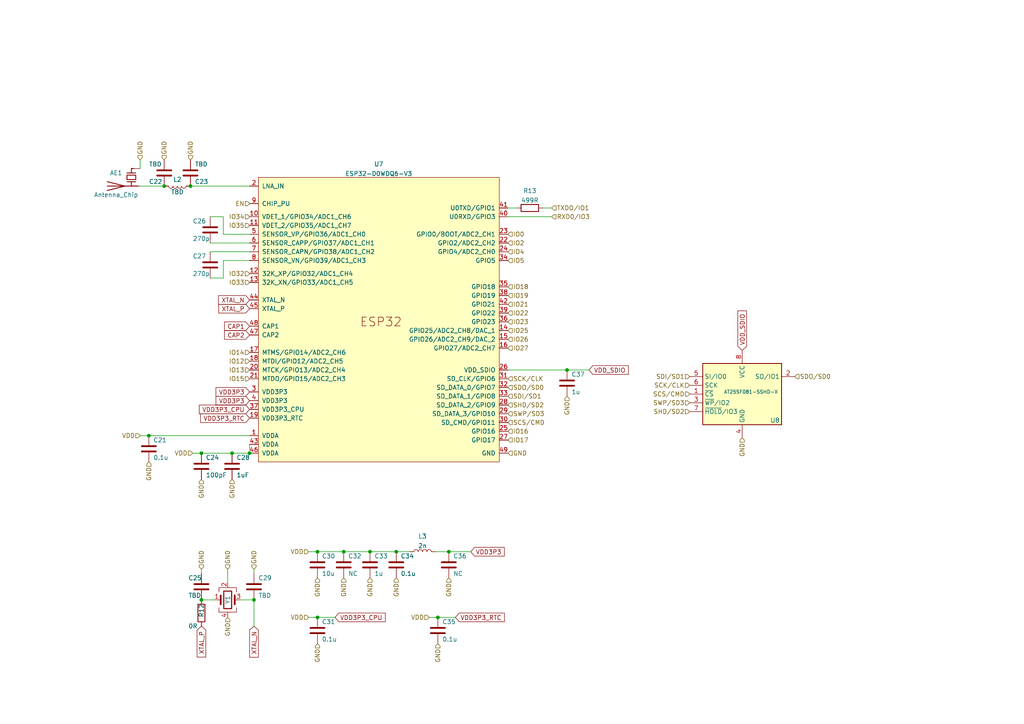
<source format=kicad_sch>
(kicad_sch (version 20211123) (generator eeschema)
  (paper "A4")
  (lib_symbols
    (symbol "Device:Antenna_Chip" (pin_numbers hide) (pin_names (offset 1.016) hide)
      (property "Reference" "AE" (at 0 5.08 0))
      (property "Value" "Antenna_Chip" (at 0 3.175 0))
      (symbol "Antenna_Chip_0_1"
        (polyline (pts (xy -2.54 0) (xy -2.54 -0.635)) (stroke (width 0.254)))
        (polyline (pts (xy -2.54 0) (xy -1.27 0)) (stroke (width 0.254)))
        (polyline (pts (xy 1.27 0) (xy 2.54 0)) (stroke (width 0.254)))
        (polyline (pts (xy 1.27 1.27) (xy 1.27 -1.27)) (stroke (width 0.254)))
        (polyline (pts (xy 2.54 -0.635) (xy 2.54 0)))
        (polyline (pts (xy 2.54 6.985) (xy 2.54 -1.905)) (stroke (width 0.254)))
        (polyline (pts (xy -1.27 1.27) (xy -1.27 -1.27) (xy -1.27 0)) (stroke (width 0.254)))
        (polyline (pts (xy 3.81 6.985) (xy 2.54 1.905) (xy 1.27 6.985)) (stroke (width 0.254)))
        (polyline (pts (xy -0.635 1.27) (xy 0.635 1.27) (xy 0.635 -1.27) (xy -0.635 -1.27) (xy -0.635 1.27)) (stroke (width 0.254)))
      )
      (symbol "Antenna_Chip_1_1"
        (pin input line (at -2.54 -2.54 90) (length 2.54) (name "FEED") (number "1"))
        (pin passive line (at 2.54 -2.54 90) (length 2.54) (name "PCB_Trace") (number "2"))
      )
    )
    (symbol "Device:C" (pin_numbers hide) (pin_names (offset 0.254))
      (property "Reference" "C" (at 0.635 2.54 0))
      (property "Value" "C" (at 0.635 -2.54 0))
      (symbol "C_0_1"
        (polyline (pts (xy -2.032 -0.762) (xy 2.032 -0.762)) (stroke (width 0.508)))
        (polyline (pts (xy -2.032 0.762) (xy 2.032 0.762)) (stroke (width 0.508)))
      )
      (symbol "C_1_1"
        (pin passive line (at 0 3.81 270) (length 2.794) (name "~") (number "1"))
        (pin passive line (at 0 -3.81 90) (length 2.794) (name "~") (number "2"))
      )
    )
    (symbol "Device:Crystal_GND24" (pin_names (offset 1.016) hide)
      (property "Reference" "Y" (at 3.175 5.08 0))
      (property "Value" "Crystal_GND24" (at 3.175 3.175 0))
      (symbol "Crystal_GND24_0_1"
        (rectangle (start -1.143 2.54) (end 1.143 -2.54) (stroke (width 0.3048)))
        (polyline (pts (xy -2.54 0) (xy -2.032 0)))
        (polyline (pts (xy -2.032 -1.27) (xy -2.032 1.27)) (stroke (width 0.508)))
        (polyline (pts (xy 0 -3.81) (xy 0 -3.556)))
        (polyline (pts (xy 0 3.556) (xy 0 3.81)))
        (polyline (pts (xy 2.032 -1.27) (xy 2.032 1.27)) (stroke (width 0.508)))
        (polyline (pts (xy 2.032 0) (xy 2.54 0)))
        (polyline (pts (xy -2.54 -2.286) (xy -2.54 -3.556) (xy 2.54 -3.556) (xy 2.54 -2.286)))
        (polyline (pts (xy -2.54 2.286) (xy -2.54 3.556) (xy 2.54 3.556) (xy 2.54 2.286)))
      )
      (symbol "Crystal_GND24_1_1"
        (pin passive line (at -3.81 0 0) (length 1.27) (name "1") (number "1"))
        (pin passive line (at 0 5.08 270) (length 1.27) (name "2") (number "2"))
        (pin passive line (at 3.81 0 180) (length 1.27) (name "3") (number "3"))
        (pin passive line (at 0 -5.08 90) (length 1.27) (name "4") (number "4"))
      )
    )
    (symbol "Device:L" (pin_numbers hide) (pin_names (offset 1.016) hide)
      (property "Reference" "L" (at -1.27 0 90))
      (property "Value" "L" (at 1.905 0 90))
      (symbol "L_0_1"
        (arc (start 0 -2.54) (mid 0.635 -1.905) (end 0 -1.27))
        (arc (start 0 -1.27) (mid 0.635 -0.635) (end 0 0))
        (arc (start 0 0) (mid 0.635 0.635) (end 0 1.27))
        (arc (start 0 1.27) (mid 0.635 1.905) (end 0 2.54))
      )
      (symbol "L_1_1"
        (pin passive line (at 0 3.81 270) (length 1.27) (name "1") (number "1"))
        (pin passive line (at 0 -3.81 90) (length 1.27) (name "2") (number "2"))
      )
    )
    (symbol "Device:R" (pin_numbers hide) (pin_names (offset 0))
      (property "Reference" "R" (at 2.032 0 90))
      (property "Value" "R" (at 0 0 90))
      (symbol "R_0_1"
        (rectangle (start -1.016 -2.54) (end 1.016 2.54) (stroke (width 0.254)))
      )
      (symbol "R_1_1"
        (pin passive line (at 0 3.81 270) (length 1.27) (name "~") (number "1"))
        (pin passive line (at 0 -3.81 90) (length 1.27) (name "~") (number "2"))
      )
    )
    (symbol "Espressif:ESP32" (pin_names (offset 1.016))
      (property "Reference" "U" (at 0 43.18 0))
      (property "Value" "ESP32" (at 0 -41.91 0))
      (symbol "ESP32_0_0"
        (text "ESP32" (at 1.27 0 0) (effects (font (size 2.54 2.54))))
      )
      (symbol "ESP32_0_1"
        (rectangle (start -34.29 41.91) (end 35.56 -40.64) (fill (type background)))
      )
      (symbol "ESP32_1_1"
        (pin power_in line (at -36.83 -33.02 0) (length 2.54) (name "VDDA") (number "1"))
        (pin input line (at -36.83 30.48 0) (length 2.54) (name "VDET_1/GPIO34/ADC1_CH6") (number "10"))
        (pin input line (at -36.83 27.94 0) (length 2.54) (name "VDET_2/GPIO35/ADC1_CH7") (number "11"))
        (pin bidirectional line (at -36.83 13.97 0) (length 2.54) (name "32K_XP/GPIO32/ADC1_CH4") (number "12"))
        (pin bidirectional line (at -36.83 11.43 0) (length 2.54) (name "32K_XN/GPIO33/ADC1_CH5") (number "13"))
        (pin bidirectional line (at 38.1 -2.54 180) (length 2.54) (name "GPIO25/ADC2_CH8/DAC_1") (number "14"))
        (pin bidirectional line (at 38.1 -5.08 180) (length 2.54) (name "GPIO26/ADC2_CH9/DAC_2") (number "15"))
        (pin bidirectional line (at 38.1 -7.62 180) (length 2.54) (name "GPIO27/ADC2_CH7") (number "16"))
        (pin bidirectional line (at -36.83 -8.89 0) (length 2.54) (name "MTMS/GPIO14/ADC2_CH6") (number "17"))
        (pin bidirectional line (at -36.83 -11.43 0) (length 2.54) (name "MTDI/GPIO12/ADC2_CH5") (number "18"))
        (pin power_in line (at -36.83 -27.94 0) (length 2.54) (name "VDD3P3_RTC") (number "19"))
        (pin bidirectional line (at -36.83 39.37 0) (length 2.54) (name "LNA_IN") (number "2"))
        (pin bidirectional line (at -36.83 -13.97 0) (length 2.54) (name "MTCK/GPIO13/ADC2_CH4") (number "20"))
        (pin bidirectional line (at -36.83 -16.51 0) (length 2.54) (name "MTDO/GPIO15/ADC2_CH3") (number "21"))
        (pin bidirectional line (at 38.1 22.86 180) (length 2.54) (name "GPIO2/ADC2_CH2") (number "22"))
        (pin bidirectional line (at 38.1 25.4 180) (length 2.54) (name "GPIO0/BOOT/ADC2_CH1") (number "23"))
        (pin bidirectional line (at 38.1 20.32 180) (length 2.54) (name "GPIO4/ADC2_CH0") (number "24"))
        (pin bidirectional line (at 38.1 -31.75 180) (length 2.54) (name "GPIO16") (number "25"))
        (pin power_out line (at 38.1 -13.97 180) (length 2.54) (name "VDD_SDIO") (number "26"))
        (pin bidirectional line (at 38.1 -34.29 180) (length 2.54) (name "GPIO17") (number "27"))
        (pin bidirectional line (at 38.1 -24.13 180) (length 2.54) (name "SD_DATA_2/GPIO9") (number "28"))
        (pin bidirectional line (at 38.1 -26.67 180) (length 2.54) (name "SD_DATA_3/GPIO10") (number "29"))
        (pin power_in line (at -36.83 -20.32 0) (length 2.54) (name "VDD3P3") (number "3"))
        (pin bidirectional line (at 38.1 -29.21 180) (length 2.54) (name "SD_CMD/GPIO11") (number "30"))
        (pin bidirectional line (at 38.1 -16.51 180) (length 2.54) (name "SD_CLK/GPIO6") (number "31"))
        (pin bidirectional line (at 38.1 -19.05 180) (length 2.54) (name "SD_DATA_0/GPIO7") (number "32"))
        (pin bidirectional line (at 38.1 -21.59 180) (length 2.54) (name "SD_DATA_1/GPIO8") (number "33"))
        (pin bidirectional line (at 38.1 17.78 180) (length 2.54) (name "GPIO5") (number "34"))
        (pin bidirectional line (at 38.1 10.16 180) (length 2.54) (name "GPIO18") (number "35"))
        (pin bidirectional line (at 38.1 0 180) (length 2.54) (name "GPIO23") (number "36"))
        (pin power_in line (at -36.83 -25.4 0) (length 2.54) (name "VDD3P3_CPU") (number "37"))
        (pin bidirectional line (at 38.1 7.62 180) (length 2.54) (name "GPIO19") (number "38"))
        (pin bidirectional line (at 38.1 2.54 180) (length 2.54) (name "GPIO22") (number "39"))
        (pin power_in line (at -36.83 -22.86 0) (length 2.54) (name "VDD3P3") (number "4"))
        (pin bidirectional line (at 38.1 30.48 180) (length 2.54) (name "U0RXD/GPIO3") (number "40"))
        (pin bidirectional line (at 38.1 33.02 180) (length 2.54) (name "U0TXD/GPIO1") (number "41"))
        (pin bidirectional line (at 38.1 5.08 180) (length 2.54) (name "GPIO21") (number "42"))
        (pin power_in line (at -36.83 -35.56 0) (length 2.54) (name "VDDA") (number "43"))
        (pin output line (at -36.83 6.35 0) (length 2.54) (name "XTAL_N") (number "44"))
        (pin input line (at -36.83 3.81 0) (length 2.54) (name "XTAL_P") (number "45"))
        (pin power_in line (at -36.83 -38.1 0) (length 2.54) (name "VDDA") (number "46"))
        (pin input line (at -36.83 -3.81 0) (length 2.54) (name "CAP2") (number "47"))
        (pin input line (at -36.83 -1.27 0) (length 2.54) (name "CAP1") (number "48"))
        (pin power_in line (at 38.1 -38.1 180) (length 2.54) (name "GND") (number "49"))
        (pin input line (at -36.83 25.4 0) (length 2.54) (name "SENSOR_VP/GPIO36/ADC1_CH0") (number "5"))
        (pin input line (at -36.83 22.86 0) (length 2.54) (name "SENSOR_CAPP/GPIO37/ADC1_CH1") (number "6"))
        (pin input line (at -36.83 20.32 0) (length 2.54) (name "SENSOR_CAPN/GPIO38/ADC1_CH2") (number "7"))
        (pin input line (at -36.83 17.78 0) (length 2.54) (name "SENSOR_VN/GPIO39/ADC1_CH3") (number "8"))
        (pin input line (at -36.83 34.29 0) (length 2.54) (name "CHIP_PU") (number "9"))
      )
    )
    (symbol "Memory_Flash:AT25SF081-SSHD-X"
      (property "Reference" "U" (at 2.54 12.7 0))
      (property "Value" "AT25SF081-SSHD-X" (at 10.16 10.16 0))
      (symbol "AT25SF081-SSHD-X_1_1"
        (rectangle (start -11.43 8.89) (end 11.43 -8.89) (stroke (width 0.254)) (fill (type background)))
        (pin input line (at -15.24 0 0) (length 3.81) (name "~{CS}") (number "1"))
        (pin bidirectional line (at 15.24 5.08 180) (length 3.81) (name "SO/IO1") (number "2"))
        (pin bidirectional line (at -15.24 -2.54 0) (length 3.81) (name "~{WP}/IO2") (number "3"))
        (pin power_in line (at 0 -12.7 90) (length 3.81) (name "GND") (number "4"))
        (pin bidirectional line (at -15.24 5.08 0) (length 3.81) (name "SI/IO0") (number "5"))
        (pin input line (at -15.24 2.54 0) (length 3.81) (name "SCK") (number "6"))
        (pin bidirectional line (at -15.24 -5.08 0) (length 3.81) (name "~{HOLD}/IO3") (number "7"))
        (pin power_in line (at 0 12.7 270) (length 3.81) (name "VCC") (number "8"))
      )
    )
  )
  (junction (at 99.695 160.02))
  (junction (at 114.935 160.02))
  (junction (at 164.465 107.315))
  (junction (at 47.625 53.975))
  (junction (at 127 179.07))
  (junction (at 67.31 131.445))
  (junction (at 92.075 160.02))
  (junction (at 107.315 160.02))
  (junction (at 58.42 173.99))
  (junction (at 43.18 126.365))
  (junction (at 130.175 160.02))
  (junction (at 58.42 131.445))
  (junction (at 72.39 131.445))
  (junction (at 55.245 53.975))
  (junction (at 73.66 173.99))
  (junction (at 92.075 179.07))
  (wire (pts (xy 55.245 53.975) (xy 72.39 53.975)))
  (wire (pts (xy 64.77 62.865) (xy 64.77 67.945)))
  (wire (pts (xy 73.66 173.99) (xy 73.66 181.61)))
  (wire (pts (xy 130.175 160.02) (xy 136.525 160.02)))
  (wire (pts (xy 64.77 75.565) (xy 64.77 80.645)))
  (wire (pts (xy 69.85 173.99) (xy 73.66 173.99)))
  (wire (pts (xy 92.075 160.02) (xy 99.695 160.02)))
  (wire (pts (xy 67.31 131.445) (xy 72.39 131.445)))
  (wire (pts (xy 114.935 160.02) (xy 118.745 160.02)))
  (wire (pts (xy 99.695 160.02) (xy 107.315 160.02)))
  (wire (pts (xy 58.42 131.445) (xy 67.31 131.445)))
  (wire (pts (xy 40.64 48.895) (xy 40.64 46.355)))
  (wire (pts (xy 55.88 131.445) (xy 58.42 131.445)))
  (wire (pts (xy 73.66 165.1) (xy 73.66 166.37)))
  (wire (pts (xy 164.465 107.315) (xy 170.815 107.315)))
  (wire (pts (xy 40.64 53.975) (xy 47.625 53.975)))
  (wire (pts (xy 60.96 73.025) (xy 72.39 73.025)))
  (wire (pts (xy 157.48 60.325) (xy 160.02 60.325)))
  (wire (pts (xy 107.315 160.02) (xy 114.935 160.02)))
  (wire (pts (xy 43.18 126.365) (xy 72.39 126.365)))
  (wire (pts (xy 126.365 160.02) (xy 130.175 160.02)))
  (wire (pts (xy 89.535 160.02) (xy 92.075 160.02)))
  (wire (pts (xy 72.39 128.905) (xy 72.39 131.445)))
  (wire (pts (xy 60.96 62.865) (xy 64.77 62.865)))
  (wire (pts (xy 66.04 165.1) (xy 66.04 168.91)))
  (wire (pts (xy 72.39 75.565) (xy 64.77 75.565)))
  (wire (pts (xy 60.96 70.485) (xy 72.39 70.485)))
  (wire (pts (xy 92.075 179.07) (xy 97.155 179.07)))
  (wire (pts (xy 58.42 165.1) (xy 58.42 166.37)))
  (wire (pts (xy 40.64 126.365) (xy 43.18 126.365)))
  (wire (pts (xy 147.32 60.325) (xy 149.86 60.325)))
  (wire (pts (xy 64.77 80.645) (xy 60.96 80.645)))
  (wire (pts (xy 127 179.07) (xy 132.08 179.07)))
  (wire (pts (xy 147.32 107.315) (xy 164.465 107.315)))
  (wire (pts (xy 64.77 67.945) (xy 72.39 67.945)))
  (wire (pts (xy 147.32 62.865) (xy 160.02 62.865)))
  (wire (pts (xy 58.42 173.99) (xy 62.23 173.99)))
  (wire (pts (xy 89.535 179.07) (xy 92.075 179.07)))
  (wire (pts (xy 124.46 179.07) (xy 127 179.07)))
  (global_label "CAP2" (shape input) (at 72.39 97.155 180) (property "Intersheet References" "${INTERSHEET_REFS}" (effects hide)))
  (global_label "XTAL_P" (shape input) (at 58.42 181.61 270) (property "Intersheet References" "${INTERSHEET_REFS}" (effects hide)))
  (global_label "VDD3P3_RTC" (shape input) (at 72.39 121.285 180) (property "Intersheet References" "${INTERSHEET_REFS}" (effects hide)))
  (global_label "VDD_SDIO" (shape input) (at 170.815 107.315 0) (property "Intersheet References" "${INTERSHEET_REFS}" (effects hide)))
  (global_label "VDD3P3_CPU" (shape input) (at 72.39 118.745 180) (property "Intersheet References" "${INTERSHEET_REFS}" (effects hide)))
  (global_label "VDD3P3_RTC" (shape input) (at 132.08 179.07 0) (property "Intersheet References" "${INTERSHEET_REFS}" (effects hide)))
  (global_label "CAP1" (shape input) (at 72.39 94.615 180) (property "Intersheet References" "${INTERSHEET_REFS}" (effects hide)))
  (global_label "VDD3P3_CPU" (shape input) (at 97.155 179.07 0) (property "Intersheet References" "${INTERSHEET_REFS}" (effects hide)))
  (global_label "XTAL_N" (shape input) (at 72.39 86.995 180) (property "Intersheet References" "${INTERSHEET_REFS}" (effects hide)))
  (global_label "VDD3P3" (shape input) (at 72.39 113.665 180) (property "Intersheet References" "${INTERSHEET_REFS}" (effects hide)))
  (global_label "VDD_SDIO" (shape input) (at 215.265 101.6 90) (property "Intersheet References" "${INTERSHEET_REFS}" (effects hide)))
  (global_label "XTAL_N" (shape input) (at 73.66 181.61 270) (property "Intersheet References" "${INTERSHEET_REFS}" (effects hide)))
  (global_label "VDD3P3" (shape input) (at 72.39 116.205 180) (property "Intersheet References" "${INTERSHEET_REFS}" (effects hide)))
  (global_label "VDD3P3" (shape input) (at 136.525 160.02 0) (property "Intersheet References" "${INTERSHEET_REFS}" (effects hide)))
  (global_label "XTAL_P" (shape input) (at 72.39 89.535 180) (property "Intersheet References" "${INTERSHEET_REFS}" (effects hide)))
  (hierarchical_label "IO32" (shape input) (at 72.39 79.375 180))
  (hierarchical_label "IO14" (shape input) (at 72.39 102.235 180))
  (hierarchical_label "GND" (shape input) (at 92.075 167.64 270))
  (hierarchical_label "SHD{slash}SD2" (shape input) (at 147.32 117.475 0))
  (hierarchical_label "RXD0{slash}IO3" (shape input) (at 160.02 62.865 0))
  (hierarchical_label "SDO{slash}SD0" (shape input) (at 230.505 109.22 0))
  (hierarchical_label "GND" (shape input) (at 66.04 165.1 90))
  (hierarchical_label "GND" (shape input) (at 66.04 179.07 270))
  (hierarchical_label "IO22" (shape input) (at 147.32 90.805 0))
  (hierarchical_label "VDD" (shape input) (at 89.535 160.02 180))
  (hierarchical_label "GND" (shape input) (at 67.31 139.065 270))
  (hierarchical_label "SHD{slash}SD2" (shape input) (at 200.025 119.38 180))
  (hierarchical_label "GND" (shape input) (at 147.32 131.445 0))
  (hierarchical_label "IO15" (shape input) (at 72.39 109.855 180))
  (hierarchical_label "IO19" (shape input) (at 147.32 85.725 0))
  (hierarchical_label "GND" (shape input) (at 114.935 167.64 270))
  (hierarchical_label "SCS{slash}CMD" (shape input) (at 147.32 122.555 0))
  (hierarchical_label "IO23" (shape input) (at 147.32 93.345 0))
  (hierarchical_label "VDD" (shape input) (at 40.64 126.365 180))
  (hierarchical_label "SDO{slash}SD0" (shape input) (at 147.32 112.395 0))
  (hierarchical_label "GND" (shape input) (at 58.42 139.065 270))
  (hierarchical_label "GND" (shape input) (at 164.465 114.935 270))
  (hierarchical_label "VDD" (shape input) (at 124.46 179.07 180))
  (hierarchical_label "EN" (shape input) (at 72.39 59.055 180))
  (hierarchical_label "SCS{slash}CMD" (shape input) (at 200.025 114.3 180))
  (hierarchical_label "SDI{slash}SD1" (shape input) (at 147.32 114.935 0))
  (hierarchical_label "GND" (shape input) (at 55.245 46.355 90))
  (hierarchical_label "IO34" (shape input) (at 72.39 62.865 180))
  (hierarchical_label "SWP{slash}SD3" (shape input) (at 147.32 120.015 0))
  (hierarchical_label "IO27" (shape input) (at 147.32 100.965 0))
  (hierarchical_label "IO0" (shape input) (at 147.32 67.945 0))
  (hierarchical_label "IO13" (shape input) (at 72.39 107.315 180))
  (hierarchical_label "IO16" (shape input) (at 147.32 125.095 0))
  (hierarchical_label "GND" (shape input) (at 43.18 133.985 270))
  (hierarchical_label "GND" (shape input) (at 73.66 165.1 90))
  (hierarchical_label "SDI{slash}SD1" (shape input) (at 200.025 109.22 180))
  (hierarchical_label "SWP{slash}SD3" (shape input) (at 200.025 116.84 180))
  (hierarchical_label "GND" (shape input) (at 130.175 167.64 270))
  (hierarchical_label "GND" (shape input) (at 47.625 46.355 90))
  (hierarchical_label "IO21" (shape input) (at 147.32 88.265 0))
  (hierarchical_label "GND" (shape input) (at 107.315 167.64 270))
  (hierarchical_label "IO4" (shape input) (at 147.32 73.025 0))
  (hierarchical_label "GND" (shape input) (at 92.075 186.69 270))
  (hierarchical_label "IO18" (shape input) (at 147.32 83.185 0))
  (hierarchical_label "GND" (shape input) (at 58.42 165.1 90))
  (hierarchical_label "IO33" (shape input) (at 72.39 81.915 180))
  (hierarchical_label "IO12" (shape input) (at 72.39 104.775 180))
  (hierarchical_label "VDD" (shape input) (at 55.88 131.445 180))
  (hierarchical_label "TXDO{slash}IO1" (shape input) (at 160.02 60.325 0))
  (hierarchical_label "IO2" (shape input) (at 147.32 70.485 0))
  (hierarchical_label "IO35" (shape input) (at 72.39 65.405 180))
  (hierarchical_label "IO25" (shape input) (at 147.32 95.885 0))
  (hierarchical_label "GND" (shape input) (at 127 186.69 270))
  (hierarchical_label "SCK{slash}CLK" (shape input) (at 147.32 109.855 0))
  (hierarchical_label "IO5" (shape input) (at 147.32 75.565 0))
  (hierarchical_label "IO17" (shape input) (at 147.32 127.635 0))
  (hierarchical_label "GND" (shape input) (at 40.64 46.355 90))
  (hierarchical_label "IO26" (shape input) (at 147.32 98.425 0))
  (hierarchical_label "GND" (shape input) (at 99.695 167.64 270))
  (hierarchical_label "VDD" (shape input) (at 89.535 179.07 180))
  (hierarchical_label "GND" (shape input) (at 215.265 127 270))
  (hierarchical_label "SCK{slash}CLK" (shape input) (at 200.025 111.76 180))
  (symbol (lib_id "Device:L") (at 122.555 160.02 90) (unit 1)
    (property "Reference" "L3" (at 122.555 155.5455 90))
    (property "Value" "2n" (at 122.555 158.3206 90))
    (property "Footprint" "Inductor_SMD:L_0603_1608Metric" (effects hide))
  )
  (symbol (lib_id "Device:C") (at 55.245 50.165 0) (mirror x) (unit 1)
    (property "Reference" "C23" (at 56.515 52.705 0) (effects (justify left)))
    (property "Value" "TBD" (at 56.515 47.625 0) (effects (justify left)))
    (property "Footprint" "Capacitor_SMD:C_0603_1608Metric" (effects hide))
  )
  (symbol (lib_id "Device:R") (at 153.67 60.325 90) (unit 1)
    (property "Reference" "R13" (at 153.67 55.3425 90))
    (property "Value" "499R" (at 153.67 58.1176 90))
    (property "Footprint" "Resistor_SMD:R_0603_1608Metric" (effects hide))
  )
  (symbol (lib_id "Device:C") (at 47.625 50.165 0) (mirror x) (unit 1)
    (property "Reference" "C22" (at 43.18 52.705 0) (effects (justify left)))
    (property "Value" "TBD" (at 43.18 47.625 0) (effects (justify left)))
    (property "Footprint" "Capacitor_SMD:C_0603_1608Metric" (effects hide))
  )
  (symbol (lib_id "Device:C") (at 60.96 66.675 0) (unit 1)
    (property "Reference" "C26" (at 55.88 64.135 0) (effects (justify left)))
    (property "Value" "270p" (at 55.88 69.215 0) (effects (justify left)))
    (property "Footprint" "Capacitor_SMD:C_0603_1608Metric" (effects hide))
  )
  (symbol (lib_id "Memory_Flash:AT25SF081-SSHD-X") (at 215.265 114.3 0) (unit 1)
    (property "Reference" "U8" (at 224.79 121.92 0))
    (property "Value" "AT25SF081-SSHD-X" (at 217.805 113.665 0) (effects (font (size 1 1))))
    (property "Footprint" "Package_SO:SOIC-8_3.9x4.9mm_P1.27mm" (effects hide))
    (property "Datasheet" "https://www.adestotech.com/wp-content/uploads/DS-AT25SF081_045.pdf" (effects hide))
  )
  (symbol (lib_id "Device:C") (at 43.18 130.175 0) (unit 1)
    (property "Reference" "C21" (at 44.45 127.635 0) (effects (justify left)))
    (property "Value" "0.1u" (at 44.45 132.715 0) (effects (justify left)))
    (property "Footprint" "Capacitor_SMD:C_0603_1608Metric" (effects hide))
  )
  (symbol (lib_id "Device:C") (at 67.31 135.255 0) (unit 1)
    (property "Reference" "C28" (at 68.58 132.715 0) (effects (justify left)))
    (property "Value" "1uF" (at 68.58 137.795 0) (effects (justify left)))
    (property "Footprint" "Capacitor_SMD:C_0603_1608Metric" (effects hide))
  )
  (symbol (lib_id "Device:C") (at 130.175 163.83 0) (unit 1)
    (property "Reference" "C36" (at 131.445 161.29 0) (effects (justify left)))
    (property "Value" "NC" (at 131.445 166.37 0) (effects (justify left)))
    (property "Footprint" "Capacitor_SMD:C_0603_1608Metric" (effects hide))
  )
  (symbol (lib_id "Device:R") (at 58.42 177.8 180) (unit 1)
    (property "Reference" "R12" (at 58.42 179.07 90) (effects (justify right)))
    (property "Value" "0R" (at 54.61 181.61 0) (effects (justify right)))
    (property "Footprint" "Resistor_SMD:R_0603_1608Metric" (effects hide))
  )
  (symbol (lib_id "Device:C") (at 99.695 163.83 0) (unit 1)
    (property "Reference" "C32" (at 100.965 161.29 0) (effects (justify left)))
    (property "Value" "NC" (at 100.965 166.37 0) (effects (justify left)))
    (property "Footprint" "Capacitor_SMD:C_0603_1608Metric" (effects hide))
  )
  (symbol (lib_id "Device:C") (at 60.96 76.835 0) (unit 1)
    (property "Reference" "C27" (at 55.88 74.295 0) (effects (justify left)))
    (property "Value" "270p" (at 55.88 79.375 0) (effects (justify left)))
    (property "Footprint" "Capacitor_SMD:C_0603_1608Metric" (effects hide))
  )
  (symbol (lib_id "Device:C") (at 107.315 163.83 0) (unit 1)
    (property "Reference" "C33" (at 108.585 161.29 0) (effects (justify left)))
    (property "Value" "1u" (at 108.585 166.37 0) (effects (justify left)))
    (property "Footprint" "Capacitor_SMD:C_0603_1608Metric" (effects hide))
  )
  (symbol (lib_id "Device:C") (at 58.42 170.18 0) (unit 1)
    (property "Reference" "C25" (at 54.61 167.64 0) (effects (justify left)))
    (property "Value" "TBD" (at 54.61 172.72 0) (effects (justify left)))
    (property "Footprint" "Capacitor_SMD:C_0603_1608Metric" (effects hide))
  )
  (symbol (lib_id "Device:C") (at 114.935 163.83 0) (unit 1)
    (property "Reference" "C34" (at 116.205 161.29 0) (effects (justify left)))
    (property "Value" "0.1u" (at 116.205 166.37 0) (effects (justify left)))
    (property "Footprint" "Capacitor_SMD:C_0603_1608Metric" (effects hide))
  )
  (symbol (lib_id "Device:C") (at 92.075 163.83 0) (unit 1)
    (property "Reference" "C30" (at 93.345 161.29 0) (effects (justify left)))
    (property "Value" "10u" (at 93.345 166.37 0) (effects (justify left)))
    (property "Footprint" "Capacitor_SMD:C_0603_1608Metric" (effects hide))
  )
  (symbol (lib_id "Device:L") (at 51.435 53.975 90) (mirror x) (unit 1)
    (property "Reference" "L2" (at 51.435 52.07 90))
    (property "Value" "TBD" (at 51.435 55.6744 90))
    (property "Footprint" "Inductor_SMD:L_0603_1608Metric" (effects hide))
  )
  (symbol (lib_id "Device:C") (at 164.465 111.125 0) (unit 1)
    (property "Reference" "C37" (at 165.735 108.585 0) (effects (justify left)))
    (property "Value" "1u" (at 165.735 113.665 0) (effects (justify left)))
    (property "Footprint" "Capacitor_SMD:C_0603_1608Metric" (effects hide))
  )
  (symbol (lib_id "Device:C") (at 92.075 182.88 0) (unit 1)
    (property "Reference" "C31" (at 93.345 180.34 0) (effects (justify left)))
    (property "Value" "0.1u" (at 93.345 185.42 0) (effects (justify left)))
    (property "Footprint" "Capacitor_SMD:C_0603_1608Metric" (effects hide))
  )
  (symbol (lib_id "Device:Antenna_Chip") (at 38.1 51.435 90) (mirror x) (unit 1)
    (property "Reference" "AE1" (at 33.655 50.165 90))
    (property "Value" "Antenna_Chip" (at 33.655 56.515 90))
    (property "Footprint" "RF_Antenna:Johanson_2450AT18x100" (effects hide))
  )
  (symbol (lib_id "Espressif:ESP32") (at 109.22 93.345 0) (unit 1)
    (property "Reference" "U7" (at 109.855 47.5955 0))
    (property "Value" "ESP32-D0WDQ6-V3" (at 109.855 50.3706 0))
    (property "Footprint" "Package_DFN_QFN:QFN-48-1EP_6x6mm_P0.4mm_EP4.2x4.2mm" (effects hide))
    (property "Datasheet" "https://www.espressif.com/sites/default/files/documentation/esp32_datasheet_en.pdf" (effects hide))
  )
  (symbol (lib_id "Device:C") (at 58.42 135.255 0) (unit 1)
    (property "Reference" "C24" (at 59.69 132.715 0) (effects (justify left)))
    (property "Value" "100pF" (at 59.69 137.795 0) (effects (justify left)))
    (property "Footprint" "Capacitor_SMD:C_0603_1608Metric" (effects hide))
  )
  (symbol (lib_id "Device:Crystal_GND24") (at 66.04 173.99 0) (unit 1)
    (property "Reference" "Y1" (at 66.04 173.99 90))
    (property "Value" "Crystal_GND24" (effects hide))
    (property "Footprint" "Crystal:Crystal_SMD_0603-4Pin_6.0x3.5mm" (effects hide))
  )
  (symbol (lib_id "Device:C") (at 127 182.88 0) (unit 1)
    (property "Reference" "C35" (at 128.27 180.34 0) (effects (justify left)))
    (property "Value" "0.1u" (at 128.27 185.42 0) (effects (justify left)))
    (property "Footprint" "Capacitor_SMD:C_0603_1608Metric" (effects hide))
  )
  (symbol (lib_id "Device:C") (at 73.66 170.18 0) (unit 1)
    (property "Reference" "C29" (at 74.93 167.64 0) (effects (justify left)))
    (property "Value" "TBD" (at 74.93 172.72 0) (effects (justify left)))
    (property "Footprint" "Capacitor_SMD:C_0603_1608Metric" (effects hide))
  )
)
</source>
